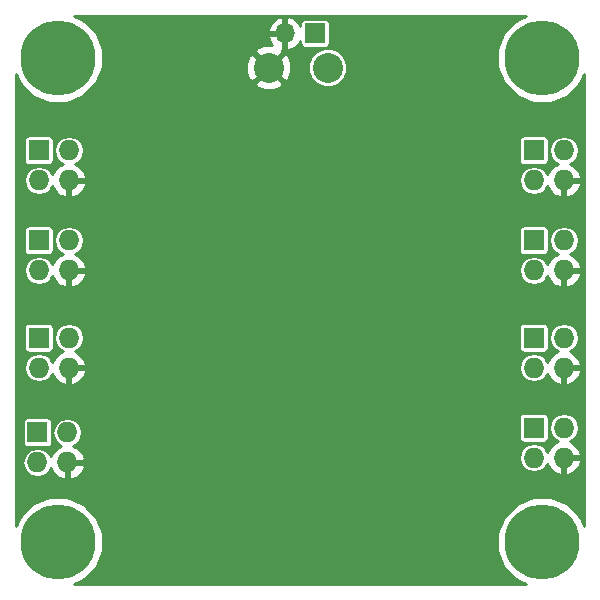
<source format=gbl>
G04 #@! TF.FileFunction,Copper,L2,Bot,Signal*
%FSLAX46Y46*%
G04 Gerber Fmt 4.6, Leading zero omitted, Abs format (unit mm)*
G04 Created by KiCad (PCBNEW (after 2015-mar-04 BZR unknown)-product) date 12/20/2018 11:45:41 AM*
%MOMM*%
G01*
G04 APERTURE LIST*
%ADD10C,0.150000*%
%ADD11C,6.350000*%
%ADD12C,2.540000*%
%ADD13R,1.727200X1.727200*%
%ADD14O,1.727200X1.727200*%
%ADD15R,1.700000X1.700000*%
%ADD16O,1.700000X1.700000*%
%ADD17C,0.635000*%
%ADD18C,0.254000*%
G04 APERTURE END LIST*
D10*
D11*
X34000000Y-29000000D03*
X75000000Y-29000000D03*
X34000000Y-70000000D03*
X75000000Y-70000000D03*
D12*
X51844000Y-29826000D03*
X56844000Y-29826000D03*
D13*
X32385000Y-36830000D03*
D14*
X34925000Y-36830000D03*
X32385000Y-39370000D03*
X34925000Y-39370000D03*
D13*
X32385000Y-44450000D03*
D14*
X34925000Y-44450000D03*
X32385000Y-46990000D03*
X34925000Y-46990000D03*
D13*
X74295000Y-36830000D03*
D14*
X76835000Y-36830000D03*
X74295000Y-39370000D03*
X76835000Y-39370000D03*
D13*
X74295000Y-44450000D03*
D14*
X76835000Y-44450000D03*
X74295000Y-46990000D03*
X76835000Y-46990000D03*
D13*
X32385000Y-52705000D03*
D14*
X34925000Y-52705000D03*
X32385000Y-55245000D03*
X34925000Y-55245000D03*
D13*
X32258000Y-60706000D03*
D14*
X34798000Y-60706000D03*
X32258000Y-63246000D03*
X34798000Y-63246000D03*
D13*
X74295000Y-60325000D03*
D14*
X76835000Y-60325000D03*
X74295000Y-62865000D03*
X76835000Y-62865000D03*
D13*
X74295000Y-52705000D03*
D14*
X76835000Y-52705000D03*
X74295000Y-55245000D03*
X76835000Y-55245000D03*
D15*
X55753000Y-26924000D03*
D16*
X53213000Y-26924000D03*
D17*
X63881000Y-45212000D03*
X63754000Y-36322000D03*
X44577000Y-62992000D03*
X44577000Y-53213000D03*
X44323000Y-46482000D03*
X44323000Y-37084000D03*
X63500000Y-52832000D03*
X63627000Y-61976000D03*
X57912000Y-41910000D03*
X56797000Y-51924000D03*
X56670000Y-65132000D03*
X56670000Y-35541000D03*
X58102500Y-58420000D03*
D18*
X32385000Y-39370000D02*
X33020000Y-39370000D01*
X32385000Y-55245000D02*
X32385000Y-55499000D01*
X74295000Y-39370000D02*
X73660000Y-39370000D01*
G36*
X78569000Y-68660607D02*
X78289958Y-67985274D01*
X78289958Y-63224026D01*
X78289958Y-62505974D01*
X78289958Y-55604026D01*
X78289958Y-54885974D01*
X78289958Y-47349026D01*
X78289958Y-46630974D01*
X78289958Y-39729026D01*
X78289958Y-39010974D01*
X78117688Y-38595053D01*
X77723490Y-38163179D01*
X77333338Y-37980323D01*
X77335671Y-37979860D01*
X77739448Y-37710065D01*
X78009243Y-37306288D01*
X78103983Y-36830000D01*
X78009243Y-36353712D01*
X77739448Y-35949935D01*
X77335671Y-35680140D01*
X76859383Y-35585400D01*
X76810617Y-35585400D01*
X76334329Y-35680140D01*
X75930552Y-35949935D01*
X75660757Y-36353712D01*
X75566017Y-36830000D01*
X75660757Y-37306288D01*
X75930552Y-37710065D01*
X76334329Y-37979860D01*
X76336661Y-37980323D01*
X75946510Y-38163179D01*
X75552312Y-38595053D01*
X75547064Y-38607723D01*
X75547064Y-37693600D01*
X75547064Y-35966400D01*
X75518878Y-35821126D01*
X75435004Y-35693444D01*
X75308384Y-35607974D01*
X75158600Y-35577936D01*
X73431400Y-35577936D01*
X73286126Y-35606122D01*
X73158444Y-35689996D01*
X73072974Y-35816616D01*
X73042936Y-35966400D01*
X73042936Y-37693600D01*
X73071122Y-37838874D01*
X73154996Y-37966556D01*
X73281616Y-38052026D01*
X73431400Y-38082064D01*
X75158600Y-38082064D01*
X75303874Y-38053878D01*
X75431556Y-37970004D01*
X75517026Y-37843384D01*
X75547064Y-37693600D01*
X75547064Y-38607723D01*
X75444159Y-38856171D01*
X75199448Y-38489935D01*
X74795671Y-38220140D01*
X74319383Y-38125400D01*
X74270617Y-38125400D01*
X73794329Y-38220140D01*
X73390552Y-38489935D01*
X73120757Y-38893712D01*
X73026017Y-39370000D01*
X73120757Y-39846288D01*
X73390552Y-40250065D01*
X73794329Y-40519860D01*
X74270617Y-40614600D01*
X74319383Y-40614600D01*
X74795671Y-40519860D01*
X75199448Y-40250065D01*
X75444159Y-39883828D01*
X75552312Y-40144947D01*
X75946510Y-40576821D01*
X76475973Y-40824968D01*
X76708000Y-40704469D01*
X76708000Y-39497000D01*
X76688000Y-39497000D01*
X76688000Y-39243000D01*
X76708000Y-39243000D01*
X76708000Y-39223000D01*
X76962000Y-39223000D01*
X76962000Y-39243000D01*
X78168817Y-39243000D01*
X78289958Y-39010974D01*
X78289958Y-39729026D01*
X78168817Y-39497000D01*
X76962000Y-39497000D01*
X76962000Y-40704469D01*
X77194027Y-40824968D01*
X77723490Y-40576821D01*
X78117688Y-40144947D01*
X78289958Y-39729026D01*
X78289958Y-46630974D01*
X78117688Y-46215053D01*
X77723490Y-45783179D01*
X77333338Y-45600323D01*
X77335671Y-45599860D01*
X77739448Y-45330065D01*
X78009243Y-44926288D01*
X78103983Y-44450000D01*
X78009243Y-43973712D01*
X77739448Y-43569935D01*
X77335671Y-43300140D01*
X76859383Y-43205400D01*
X76810617Y-43205400D01*
X76334329Y-43300140D01*
X75930552Y-43569935D01*
X75660757Y-43973712D01*
X75566017Y-44450000D01*
X75660757Y-44926288D01*
X75930552Y-45330065D01*
X76334329Y-45599860D01*
X76336661Y-45600323D01*
X75946510Y-45783179D01*
X75552312Y-46215053D01*
X75547064Y-46227723D01*
X75547064Y-45313600D01*
X75547064Y-43586400D01*
X75518878Y-43441126D01*
X75435004Y-43313444D01*
X75308384Y-43227974D01*
X75158600Y-43197936D01*
X73431400Y-43197936D01*
X73286126Y-43226122D01*
X73158444Y-43309996D01*
X73072974Y-43436616D01*
X73042936Y-43586400D01*
X73042936Y-45313600D01*
X73071122Y-45458874D01*
X73154996Y-45586556D01*
X73281616Y-45672026D01*
X73431400Y-45702064D01*
X75158600Y-45702064D01*
X75303874Y-45673878D01*
X75431556Y-45590004D01*
X75517026Y-45463384D01*
X75547064Y-45313600D01*
X75547064Y-46227723D01*
X75444159Y-46476171D01*
X75199448Y-46109935D01*
X74795671Y-45840140D01*
X74319383Y-45745400D01*
X74270617Y-45745400D01*
X73794329Y-45840140D01*
X73390552Y-46109935D01*
X73120757Y-46513712D01*
X73026017Y-46990000D01*
X73120757Y-47466288D01*
X73390552Y-47870065D01*
X73794329Y-48139860D01*
X74270617Y-48234600D01*
X74319383Y-48234600D01*
X74795671Y-48139860D01*
X75199448Y-47870065D01*
X75444159Y-47503828D01*
X75552312Y-47764947D01*
X75946510Y-48196821D01*
X76475973Y-48444968D01*
X76708000Y-48324469D01*
X76708000Y-47117000D01*
X76688000Y-47117000D01*
X76688000Y-46863000D01*
X76708000Y-46863000D01*
X76708000Y-46843000D01*
X76962000Y-46843000D01*
X76962000Y-46863000D01*
X78168817Y-46863000D01*
X78289958Y-46630974D01*
X78289958Y-47349026D01*
X78168817Y-47117000D01*
X76962000Y-47117000D01*
X76962000Y-48324469D01*
X77194027Y-48444968D01*
X77723490Y-48196821D01*
X78117688Y-47764947D01*
X78289958Y-47349026D01*
X78289958Y-54885974D01*
X78117688Y-54470053D01*
X77723490Y-54038179D01*
X77333338Y-53855323D01*
X77335671Y-53854860D01*
X77739448Y-53585065D01*
X78009243Y-53181288D01*
X78103983Y-52705000D01*
X78009243Y-52228712D01*
X77739448Y-51824935D01*
X77335671Y-51555140D01*
X76859383Y-51460400D01*
X76810617Y-51460400D01*
X76334329Y-51555140D01*
X75930552Y-51824935D01*
X75660757Y-52228712D01*
X75566017Y-52705000D01*
X75660757Y-53181288D01*
X75930552Y-53585065D01*
X76334329Y-53854860D01*
X76336661Y-53855323D01*
X75946510Y-54038179D01*
X75552312Y-54470053D01*
X75547064Y-54482723D01*
X75547064Y-53568600D01*
X75547064Y-51841400D01*
X75518878Y-51696126D01*
X75435004Y-51568444D01*
X75308384Y-51482974D01*
X75158600Y-51452936D01*
X73431400Y-51452936D01*
X73286126Y-51481122D01*
X73158444Y-51564996D01*
X73072974Y-51691616D01*
X73042936Y-51841400D01*
X73042936Y-53568600D01*
X73071122Y-53713874D01*
X73154996Y-53841556D01*
X73281616Y-53927026D01*
X73431400Y-53957064D01*
X75158600Y-53957064D01*
X75303874Y-53928878D01*
X75431556Y-53845004D01*
X75517026Y-53718384D01*
X75547064Y-53568600D01*
X75547064Y-54482723D01*
X75444159Y-54731171D01*
X75199448Y-54364935D01*
X74795671Y-54095140D01*
X74319383Y-54000400D01*
X74270617Y-54000400D01*
X73794329Y-54095140D01*
X73390552Y-54364935D01*
X73120757Y-54768712D01*
X73026017Y-55245000D01*
X73120757Y-55721288D01*
X73390552Y-56125065D01*
X73794329Y-56394860D01*
X74270617Y-56489600D01*
X74319383Y-56489600D01*
X74795671Y-56394860D01*
X75199448Y-56125065D01*
X75444159Y-55758828D01*
X75552312Y-56019947D01*
X75946510Y-56451821D01*
X76475973Y-56699968D01*
X76708000Y-56579469D01*
X76708000Y-55372000D01*
X76688000Y-55372000D01*
X76688000Y-55118000D01*
X76708000Y-55118000D01*
X76708000Y-55098000D01*
X76962000Y-55098000D01*
X76962000Y-55118000D01*
X78168817Y-55118000D01*
X78289958Y-54885974D01*
X78289958Y-55604026D01*
X78168817Y-55372000D01*
X76962000Y-55372000D01*
X76962000Y-56579469D01*
X77194027Y-56699968D01*
X77723490Y-56451821D01*
X78117688Y-56019947D01*
X78289958Y-55604026D01*
X78289958Y-62505974D01*
X78117688Y-62090053D01*
X77723490Y-61658179D01*
X77333338Y-61475323D01*
X77335671Y-61474860D01*
X77739448Y-61205065D01*
X78009243Y-60801288D01*
X78103983Y-60325000D01*
X78009243Y-59848712D01*
X77739448Y-59444935D01*
X77335671Y-59175140D01*
X76859383Y-59080400D01*
X76810617Y-59080400D01*
X76334329Y-59175140D01*
X75930552Y-59444935D01*
X75660757Y-59848712D01*
X75566017Y-60325000D01*
X75660757Y-60801288D01*
X75930552Y-61205065D01*
X76334329Y-61474860D01*
X76336661Y-61475323D01*
X75946510Y-61658179D01*
X75552312Y-62090053D01*
X75547064Y-62102723D01*
X75547064Y-61188600D01*
X75547064Y-59461400D01*
X75518878Y-59316126D01*
X75435004Y-59188444D01*
X75308384Y-59102974D01*
X75158600Y-59072936D01*
X73431400Y-59072936D01*
X73286126Y-59101122D01*
X73158444Y-59184996D01*
X73072974Y-59311616D01*
X73042936Y-59461400D01*
X73042936Y-61188600D01*
X73071122Y-61333874D01*
X73154996Y-61461556D01*
X73281616Y-61547026D01*
X73431400Y-61577064D01*
X75158600Y-61577064D01*
X75303874Y-61548878D01*
X75431556Y-61465004D01*
X75517026Y-61338384D01*
X75547064Y-61188600D01*
X75547064Y-62102723D01*
X75444159Y-62351171D01*
X75199448Y-61984935D01*
X74795671Y-61715140D01*
X74319383Y-61620400D01*
X74270617Y-61620400D01*
X73794329Y-61715140D01*
X73390552Y-61984935D01*
X73120757Y-62388712D01*
X73026017Y-62865000D01*
X73120757Y-63341288D01*
X73390552Y-63745065D01*
X73794329Y-64014860D01*
X74270617Y-64109600D01*
X74319383Y-64109600D01*
X74795671Y-64014860D01*
X75199448Y-63745065D01*
X75444159Y-63378828D01*
X75552312Y-63639947D01*
X75946510Y-64071821D01*
X76475973Y-64319968D01*
X76708000Y-64199469D01*
X76708000Y-62992000D01*
X76688000Y-62992000D01*
X76688000Y-62738000D01*
X76708000Y-62738000D01*
X76708000Y-62718000D01*
X76962000Y-62718000D01*
X76962000Y-62738000D01*
X78168817Y-62738000D01*
X78289958Y-62505974D01*
X78289958Y-63224026D01*
X78168817Y-62992000D01*
X76962000Y-62992000D01*
X76962000Y-64199469D01*
X77194027Y-64319968D01*
X77723490Y-64071821D01*
X78117688Y-63639947D01*
X78289958Y-63224026D01*
X78289958Y-67985274D01*
X78231844Y-67844628D01*
X77161009Y-66771923D01*
X75761181Y-66190663D01*
X74245469Y-66189340D01*
X72844628Y-66768156D01*
X71771923Y-67838991D01*
X71190663Y-69238819D01*
X71189340Y-70754531D01*
X71768156Y-72155372D01*
X72838991Y-73228077D01*
X73660023Y-73569000D01*
X58495286Y-73569000D01*
X58495286Y-29499037D01*
X58244466Y-28892005D01*
X57780437Y-28427166D01*
X57173845Y-28175287D01*
X56991464Y-28175127D01*
X56991464Y-27774000D01*
X56991464Y-26074000D01*
X56963278Y-25928726D01*
X56879404Y-25801044D01*
X56752784Y-25715574D01*
X56603000Y-25685536D01*
X54903000Y-25685536D01*
X54757726Y-25713722D01*
X54630044Y-25797596D01*
X54544574Y-25924216D01*
X54514536Y-26074000D01*
X54514536Y-26269105D01*
X54408183Y-26042642D01*
X53979924Y-25652355D01*
X53569890Y-25482524D01*
X53340000Y-25603845D01*
X53340000Y-26797000D01*
X53360000Y-26797000D01*
X53360000Y-27051000D01*
X53340000Y-27051000D01*
X53340000Y-28244155D01*
X53569890Y-28365476D01*
X53979924Y-28195645D01*
X54408183Y-27805358D01*
X54514536Y-27578894D01*
X54514536Y-27774000D01*
X54542722Y-27919274D01*
X54626596Y-28046956D01*
X54753216Y-28132426D01*
X54903000Y-28162464D01*
X56603000Y-28162464D01*
X56748274Y-28134278D01*
X56875956Y-28050404D01*
X56961426Y-27923784D01*
X56991464Y-27774000D01*
X56991464Y-28175127D01*
X56517037Y-28174714D01*
X55910005Y-28425534D01*
X55445166Y-28889563D01*
X55193287Y-29496155D01*
X55192714Y-30152963D01*
X55443534Y-30759995D01*
X55907563Y-31224834D01*
X56514155Y-31476713D01*
X57170963Y-31477286D01*
X57777995Y-31226466D01*
X58242834Y-30762437D01*
X58494713Y-30155845D01*
X58495286Y-29499037D01*
X58495286Y-73569000D01*
X53758261Y-73569000D01*
X53758261Y-30154964D01*
X53738436Y-29397368D01*
X53486657Y-28789520D01*
X53191777Y-28657828D01*
X53086000Y-28763605D01*
X53086000Y-28244155D01*
X53086000Y-27051000D01*
X53086000Y-26797000D01*
X53086000Y-25603845D01*
X52856110Y-25482524D01*
X52446076Y-25652355D01*
X52017817Y-26042642D01*
X51771514Y-26567108D01*
X51892181Y-26797000D01*
X53086000Y-26797000D01*
X53086000Y-27051000D01*
X51892181Y-27051000D01*
X51771514Y-27280892D01*
X52017817Y-27805358D01*
X52135620Y-27912716D01*
X51415368Y-27931564D01*
X50807520Y-28183343D01*
X50675828Y-28478223D01*
X51844000Y-29646395D01*
X53012172Y-28478223D01*
X52941657Y-28320329D01*
X53086000Y-28244155D01*
X53086000Y-28763605D01*
X52023605Y-29826000D01*
X53191777Y-30994172D01*
X53486657Y-30862480D01*
X53758261Y-30154964D01*
X53758261Y-73569000D01*
X53012172Y-73569000D01*
X53012172Y-31173777D01*
X51844000Y-30005605D01*
X51664395Y-30185210D01*
X51664395Y-29826000D01*
X50496223Y-28657828D01*
X50201343Y-28789520D01*
X49929739Y-29497036D01*
X49949564Y-30254632D01*
X50201343Y-30862480D01*
X50496223Y-30994172D01*
X51664395Y-29826000D01*
X51664395Y-30185210D01*
X50675828Y-31173777D01*
X50807520Y-31468657D01*
X51515036Y-31740261D01*
X52272632Y-31720436D01*
X52880480Y-31468657D01*
X53012172Y-31173777D01*
X53012172Y-73569000D01*
X35339392Y-73569000D01*
X36155372Y-73231844D01*
X37228077Y-72161009D01*
X37809337Y-70761181D01*
X37810660Y-69245469D01*
X37231844Y-67844628D01*
X36379958Y-66991254D01*
X36379958Y-55604026D01*
X36379958Y-54885974D01*
X36379958Y-47349026D01*
X36379958Y-46630974D01*
X36379958Y-39729026D01*
X36379958Y-39010974D01*
X36207688Y-38595053D01*
X35813490Y-38163179D01*
X35423338Y-37980323D01*
X35425671Y-37979860D01*
X35829448Y-37710065D01*
X36099243Y-37306288D01*
X36193983Y-36830000D01*
X36099243Y-36353712D01*
X35829448Y-35949935D01*
X35425671Y-35680140D01*
X34949383Y-35585400D01*
X34900617Y-35585400D01*
X34424329Y-35680140D01*
X34020552Y-35949935D01*
X33750757Y-36353712D01*
X33656017Y-36830000D01*
X33750757Y-37306288D01*
X34020552Y-37710065D01*
X34424329Y-37979860D01*
X34426661Y-37980323D01*
X34036510Y-38163179D01*
X33642312Y-38595053D01*
X33637064Y-38607723D01*
X33637064Y-37693600D01*
X33637064Y-35966400D01*
X33608878Y-35821126D01*
X33525004Y-35693444D01*
X33398384Y-35607974D01*
X33248600Y-35577936D01*
X31521400Y-35577936D01*
X31376126Y-35606122D01*
X31248444Y-35689996D01*
X31162974Y-35816616D01*
X31132936Y-35966400D01*
X31132936Y-37693600D01*
X31161122Y-37838874D01*
X31244996Y-37966556D01*
X31371616Y-38052026D01*
X31521400Y-38082064D01*
X33248600Y-38082064D01*
X33393874Y-38053878D01*
X33521556Y-37970004D01*
X33607026Y-37843384D01*
X33637064Y-37693600D01*
X33637064Y-38607723D01*
X33534159Y-38856171D01*
X33289448Y-38489935D01*
X32885671Y-38220140D01*
X32409383Y-38125400D01*
X32360617Y-38125400D01*
X31884329Y-38220140D01*
X31480552Y-38489935D01*
X31210757Y-38893712D01*
X31116017Y-39370000D01*
X31210757Y-39846288D01*
X31480552Y-40250065D01*
X31884329Y-40519860D01*
X32360617Y-40614600D01*
X32409383Y-40614600D01*
X32885671Y-40519860D01*
X33289448Y-40250065D01*
X33534159Y-39883828D01*
X33642312Y-40144947D01*
X34036510Y-40576821D01*
X34565973Y-40824968D01*
X34798000Y-40704469D01*
X34798000Y-39497000D01*
X34778000Y-39497000D01*
X34778000Y-39243000D01*
X34798000Y-39243000D01*
X34798000Y-39223000D01*
X35052000Y-39223000D01*
X35052000Y-39243000D01*
X36258817Y-39243000D01*
X36379958Y-39010974D01*
X36379958Y-39729026D01*
X36258817Y-39497000D01*
X35052000Y-39497000D01*
X35052000Y-40704469D01*
X35284027Y-40824968D01*
X35813490Y-40576821D01*
X36207688Y-40144947D01*
X36379958Y-39729026D01*
X36379958Y-46630974D01*
X36207688Y-46215053D01*
X35813490Y-45783179D01*
X35423338Y-45600323D01*
X35425671Y-45599860D01*
X35829448Y-45330065D01*
X36099243Y-44926288D01*
X36193983Y-44450000D01*
X36099243Y-43973712D01*
X35829448Y-43569935D01*
X35425671Y-43300140D01*
X34949383Y-43205400D01*
X34900617Y-43205400D01*
X34424329Y-43300140D01*
X34020552Y-43569935D01*
X33750757Y-43973712D01*
X33656017Y-44450000D01*
X33750757Y-44926288D01*
X34020552Y-45330065D01*
X34424329Y-45599860D01*
X34426661Y-45600323D01*
X34036510Y-45783179D01*
X33642312Y-46215053D01*
X33637064Y-46227723D01*
X33637064Y-45313600D01*
X33637064Y-43586400D01*
X33608878Y-43441126D01*
X33525004Y-43313444D01*
X33398384Y-43227974D01*
X33248600Y-43197936D01*
X31521400Y-43197936D01*
X31376126Y-43226122D01*
X31248444Y-43309996D01*
X31162974Y-43436616D01*
X31132936Y-43586400D01*
X31132936Y-45313600D01*
X31161122Y-45458874D01*
X31244996Y-45586556D01*
X31371616Y-45672026D01*
X31521400Y-45702064D01*
X33248600Y-45702064D01*
X33393874Y-45673878D01*
X33521556Y-45590004D01*
X33607026Y-45463384D01*
X33637064Y-45313600D01*
X33637064Y-46227723D01*
X33534159Y-46476171D01*
X33289448Y-46109935D01*
X32885671Y-45840140D01*
X32409383Y-45745400D01*
X32360617Y-45745400D01*
X31884329Y-45840140D01*
X31480552Y-46109935D01*
X31210757Y-46513712D01*
X31116017Y-46990000D01*
X31210757Y-47466288D01*
X31480552Y-47870065D01*
X31884329Y-48139860D01*
X32360617Y-48234600D01*
X32409383Y-48234600D01*
X32885671Y-48139860D01*
X33289448Y-47870065D01*
X33534159Y-47503828D01*
X33642312Y-47764947D01*
X34036510Y-48196821D01*
X34565973Y-48444968D01*
X34798000Y-48324469D01*
X34798000Y-47117000D01*
X34778000Y-47117000D01*
X34778000Y-46863000D01*
X34798000Y-46863000D01*
X34798000Y-46843000D01*
X35052000Y-46843000D01*
X35052000Y-46863000D01*
X36258817Y-46863000D01*
X36379958Y-46630974D01*
X36379958Y-47349026D01*
X36258817Y-47117000D01*
X35052000Y-47117000D01*
X35052000Y-48324469D01*
X35284027Y-48444968D01*
X35813490Y-48196821D01*
X36207688Y-47764947D01*
X36379958Y-47349026D01*
X36379958Y-54885974D01*
X36207688Y-54470053D01*
X35813490Y-54038179D01*
X35423338Y-53855323D01*
X35425671Y-53854860D01*
X35829448Y-53585065D01*
X36099243Y-53181288D01*
X36193983Y-52705000D01*
X36099243Y-52228712D01*
X35829448Y-51824935D01*
X35425671Y-51555140D01*
X34949383Y-51460400D01*
X34900617Y-51460400D01*
X34424329Y-51555140D01*
X34020552Y-51824935D01*
X33750757Y-52228712D01*
X33656017Y-52705000D01*
X33750757Y-53181288D01*
X34020552Y-53585065D01*
X34424329Y-53854860D01*
X34426661Y-53855323D01*
X34036510Y-54038179D01*
X33642312Y-54470053D01*
X33637064Y-54482723D01*
X33637064Y-53568600D01*
X33637064Y-51841400D01*
X33608878Y-51696126D01*
X33525004Y-51568444D01*
X33398384Y-51482974D01*
X33248600Y-51452936D01*
X31521400Y-51452936D01*
X31376126Y-51481122D01*
X31248444Y-51564996D01*
X31162974Y-51691616D01*
X31132936Y-51841400D01*
X31132936Y-53568600D01*
X31161122Y-53713874D01*
X31244996Y-53841556D01*
X31371616Y-53927026D01*
X31521400Y-53957064D01*
X33248600Y-53957064D01*
X33393874Y-53928878D01*
X33521556Y-53845004D01*
X33607026Y-53718384D01*
X33637064Y-53568600D01*
X33637064Y-54482723D01*
X33534159Y-54731171D01*
X33289448Y-54364935D01*
X32885671Y-54095140D01*
X32409383Y-54000400D01*
X32360617Y-54000400D01*
X31884329Y-54095140D01*
X31480552Y-54364935D01*
X31210757Y-54768712D01*
X31116017Y-55245000D01*
X31210757Y-55721288D01*
X31480552Y-56125065D01*
X31884329Y-56394860D01*
X32360617Y-56489600D01*
X32409383Y-56489600D01*
X32885671Y-56394860D01*
X33289448Y-56125065D01*
X33534159Y-55758828D01*
X33642312Y-56019947D01*
X34036510Y-56451821D01*
X34565973Y-56699968D01*
X34798000Y-56579469D01*
X34798000Y-55372000D01*
X34778000Y-55372000D01*
X34778000Y-55118000D01*
X34798000Y-55118000D01*
X34798000Y-55098000D01*
X35052000Y-55098000D01*
X35052000Y-55118000D01*
X36258817Y-55118000D01*
X36379958Y-54885974D01*
X36379958Y-55604026D01*
X36258817Y-55372000D01*
X35052000Y-55372000D01*
X35052000Y-56579469D01*
X35284027Y-56699968D01*
X35813490Y-56451821D01*
X36207688Y-56019947D01*
X36379958Y-55604026D01*
X36379958Y-66991254D01*
X36252958Y-66864032D01*
X36252958Y-63605026D01*
X36252958Y-62886974D01*
X36080688Y-62471053D01*
X35686490Y-62039179D01*
X35296338Y-61856323D01*
X35298671Y-61855860D01*
X35702448Y-61586065D01*
X35972243Y-61182288D01*
X36066983Y-60706000D01*
X35972243Y-60229712D01*
X35702448Y-59825935D01*
X35298671Y-59556140D01*
X34822383Y-59461400D01*
X34773617Y-59461400D01*
X34297329Y-59556140D01*
X33893552Y-59825935D01*
X33623757Y-60229712D01*
X33529017Y-60706000D01*
X33623757Y-61182288D01*
X33893552Y-61586065D01*
X34297329Y-61855860D01*
X34299661Y-61856323D01*
X33909510Y-62039179D01*
X33515312Y-62471053D01*
X33510064Y-62483723D01*
X33510064Y-61569600D01*
X33510064Y-59842400D01*
X33481878Y-59697126D01*
X33398004Y-59569444D01*
X33271384Y-59483974D01*
X33121600Y-59453936D01*
X31394400Y-59453936D01*
X31249126Y-59482122D01*
X31121444Y-59565996D01*
X31035974Y-59692616D01*
X31005936Y-59842400D01*
X31005936Y-61569600D01*
X31034122Y-61714874D01*
X31117996Y-61842556D01*
X31244616Y-61928026D01*
X31394400Y-61958064D01*
X33121600Y-61958064D01*
X33266874Y-61929878D01*
X33394556Y-61846004D01*
X33480026Y-61719384D01*
X33510064Y-61569600D01*
X33510064Y-62483723D01*
X33407159Y-62732171D01*
X33162448Y-62365935D01*
X32758671Y-62096140D01*
X32282383Y-62001400D01*
X32233617Y-62001400D01*
X31757329Y-62096140D01*
X31353552Y-62365935D01*
X31083757Y-62769712D01*
X30989017Y-63246000D01*
X31083757Y-63722288D01*
X31353552Y-64126065D01*
X31757329Y-64395860D01*
X32233617Y-64490600D01*
X32282383Y-64490600D01*
X32758671Y-64395860D01*
X33162448Y-64126065D01*
X33407159Y-63759828D01*
X33515312Y-64020947D01*
X33909510Y-64452821D01*
X34438973Y-64700968D01*
X34671000Y-64580469D01*
X34671000Y-63373000D01*
X34651000Y-63373000D01*
X34651000Y-63119000D01*
X34671000Y-63119000D01*
X34671000Y-63099000D01*
X34925000Y-63099000D01*
X34925000Y-63119000D01*
X36131817Y-63119000D01*
X36252958Y-62886974D01*
X36252958Y-63605026D01*
X36131817Y-63373000D01*
X34925000Y-63373000D01*
X34925000Y-64580469D01*
X35157027Y-64700968D01*
X35686490Y-64452821D01*
X36080688Y-64020947D01*
X36252958Y-63605026D01*
X36252958Y-66864032D01*
X36161009Y-66771923D01*
X34761181Y-66190663D01*
X33245469Y-66189340D01*
X31844628Y-66768156D01*
X30771923Y-67838991D01*
X30431000Y-68660023D01*
X30431000Y-30339392D01*
X30768156Y-31155372D01*
X31838991Y-32228077D01*
X33238819Y-32809337D01*
X34754531Y-32810660D01*
X36155372Y-32231844D01*
X37228077Y-31161009D01*
X37809337Y-29761181D01*
X37810660Y-28245469D01*
X37231844Y-26844628D01*
X36161009Y-25771923D01*
X35339976Y-25431000D01*
X73660607Y-25431000D01*
X72844628Y-25768156D01*
X71771923Y-26838991D01*
X71190663Y-28238819D01*
X71189340Y-29754531D01*
X71768156Y-31155372D01*
X72838991Y-32228077D01*
X74238819Y-32809337D01*
X75754531Y-32810660D01*
X77155372Y-32231844D01*
X78228077Y-31161009D01*
X78569000Y-30339976D01*
X78569000Y-68660607D01*
X78569000Y-68660607D01*
G37*
X78569000Y-68660607D02*
X78289958Y-67985274D01*
X78289958Y-63224026D01*
X78289958Y-62505974D01*
X78289958Y-55604026D01*
X78289958Y-54885974D01*
X78289958Y-47349026D01*
X78289958Y-46630974D01*
X78289958Y-39729026D01*
X78289958Y-39010974D01*
X78117688Y-38595053D01*
X77723490Y-38163179D01*
X77333338Y-37980323D01*
X77335671Y-37979860D01*
X77739448Y-37710065D01*
X78009243Y-37306288D01*
X78103983Y-36830000D01*
X78009243Y-36353712D01*
X77739448Y-35949935D01*
X77335671Y-35680140D01*
X76859383Y-35585400D01*
X76810617Y-35585400D01*
X76334329Y-35680140D01*
X75930552Y-35949935D01*
X75660757Y-36353712D01*
X75566017Y-36830000D01*
X75660757Y-37306288D01*
X75930552Y-37710065D01*
X76334329Y-37979860D01*
X76336661Y-37980323D01*
X75946510Y-38163179D01*
X75552312Y-38595053D01*
X75547064Y-38607723D01*
X75547064Y-37693600D01*
X75547064Y-35966400D01*
X75518878Y-35821126D01*
X75435004Y-35693444D01*
X75308384Y-35607974D01*
X75158600Y-35577936D01*
X73431400Y-35577936D01*
X73286126Y-35606122D01*
X73158444Y-35689996D01*
X73072974Y-35816616D01*
X73042936Y-35966400D01*
X73042936Y-37693600D01*
X73071122Y-37838874D01*
X73154996Y-37966556D01*
X73281616Y-38052026D01*
X73431400Y-38082064D01*
X75158600Y-38082064D01*
X75303874Y-38053878D01*
X75431556Y-37970004D01*
X75517026Y-37843384D01*
X75547064Y-37693600D01*
X75547064Y-38607723D01*
X75444159Y-38856171D01*
X75199448Y-38489935D01*
X74795671Y-38220140D01*
X74319383Y-38125400D01*
X74270617Y-38125400D01*
X73794329Y-38220140D01*
X73390552Y-38489935D01*
X73120757Y-38893712D01*
X73026017Y-39370000D01*
X73120757Y-39846288D01*
X73390552Y-40250065D01*
X73794329Y-40519860D01*
X74270617Y-40614600D01*
X74319383Y-40614600D01*
X74795671Y-40519860D01*
X75199448Y-40250065D01*
X75444159Y-39883828D01*
X75552312Y-40144947D01*
X75946510Y-40576821D01*
X76475973Y-40824968D01*
X76708000Y-40704469D01*
X76708000Y-39497000D01*
X76688000Y-39497000D01*
X76688000Y-39243000D01*
X76708000Y-39243000D01*
X76708000Y-39223000D01*
X76962000Y-39223000D01*
X76962000Y-39243000D01*
X78168817Y-39243000D01*
X78289958Y-39010974D01*
X78289958Y-39729026D01*
X78168817Y-39497000D01*
X76962000Y-39497000D01*
X76962000Y-40704469D01*
X77194027Y-40824968D01*
X77723490Y-40576821D01*
X78117688Y-40144947D01*
X78289958Y-39729026D01*
X78289958Y-46630974D01*
X78117688Y-46215053D01*
X77723490Y-45783179D01*
X77333338Y-45600323D01*
X77335671Y-45599860D01*
X77739448Y-45330065D01*
X78009243Y-44926288D01*
X78103983Y-44450000D01*
X78009243Y-43973712D01*
X77739448Y-43569935D01*
X77335671Y-43300140D01*
X76859383Y-43205400D01*
X76810617Y-43205400D01*
X76334329Y-43300140D01*
X75930552Y-43569935D01*
X75660757Y-43973712D01*
X75566017Y-44450000D01*
X75660757Y-44926288D01*
X75930552Y-45330065D01*
X76334329Y-45599860D01*
X76336661Y-45600323D01*
X75946510Y-45783179D01*
X75552312Y-46215053D01*
X75547064Y-46227723D01*
X75547064Y-45313600D01*
X75547064Y-43586400D01*
X75518878Y-43441126D01*
X75435004Y-43313444D01*
X75308384Y-43227974D01*
X75158600Y-43197936D01*
X73431400Y-43197936D01*
X73286126Y-43226122D01*
X73158444Y-43309996D01*
X73072974Y-43436616D01*
X73042936Y-43586400D01*
X73042936Y-45313600D01*
X73071122Y-45458874D01*
X73154996Y-45586556D01*
X73281616Y-45672026D01*
X73431400Y-45702064D01*
X75158600Y-45702064D01*
X75303874Y-45673878D01*
X75431556Y-45590004D01*
X75517026Y-45463384D01*
X75547064Y-45313600D01*
X75547064Y-46227723D01*
X75444159Y-46476171D01*
X75199448Y-46109935D01*
X74795671Y-45840140D01*
X74319383Y-45745400D01*
X74270617Y-45745400D01*
X73794329Y-45840140D01*
X73390552Y-46109935D01*
X73120757Y-46513712D01*
X73026017Y-46990000D01*
X73120757Y-47466288D01*
X73390552Y-47870065D01*
X73794329Y-48139860D01*
X74270617Y-48234600D01*
X74319383Y-48234600D01*
X74795671Y-48139860D01*
X75199448Y-47870065D01*
X75444159Y-47503828D01*
X75552312Y-47764947D01*
X75946510Y-48196821D01*
X76475973Y-48444968D01*
X76708000Y-48324469D01*
X76708000Y-47117000D01*
X76688000Y-47117000D01*
X76688000Y-46863000D01*
X76708000Y-46863000D01*
X76708000Y-46843000D01*
X76962000Y-46843000D01*
X76962000Y-46863000D01*
X78168817Y-46863000D01*
X78289958Y-46630974D01*
X78289958Y-47349026D01*
X78168817Y-47117000D01*
X76962000Y-47117000D01*
X76962000Y-48324469D01*
X77194027Y-48444968D01*
X77723490Y-48196821D01*
X78117688Y-47764947D01*
X78289958Y-47349026D01*
X78289958Y-54885974D01*
X78117688Y-54470053D01*
X77723490Y-54038179D01*
X77333338Y-53855323D01*
X77335671Y-53854860D01*
X77739448Y-53585065D01*
X78009243Y-53181288D01*
X78103983Y-52705000D01*
X78009243Y-52228712D01*
X77739448Y-51824935D01*
X77335671Y-51555140D01*
X76859383Y-51460400D01*
X76810617Y-51460400D01*
X76334329Y-51555140D01*
X75930552Y-51824935D01*
X75660757Y-52228712D01*
X75566017Y-52705000D01*
X75660757Y-53181288D01*
X75930552Y-53585065D01*
X76334329Y-53854860D01*
X76336661Y-53855323D01*
X75946510Y-54038179D01*
X75552312Y-54470053D01*
X75547064Y-54482723D01*
X75547064Y-53568600D01*
X75547064Y-51841400D01*
X75518878Y-51696126D01*
X75435004Y-51568444D01*
X75308384Y-51482974D01*
X75158600Y-51452936D01*
X73431400Y-51452936D01*
X73286126Y-51481122D01*
X73158444Y-51564996D01*
X73072974Y-51691616D01*
X73042936Y-51841400D01*
X73042936Y-53568600D01*
X73071122Y-53713874D01*
X73154996Y-53841556D01*
X73281616Y-53927026D01*
X73431400Y-53957064D01*
X75158600Y-53957064D01*
X75303874Y-53928878D01*
X75431556Y-53845004D01*
X75517026Y-53718384D01*
X75547064Y-53568600D01*
X75547064Y-54482723D01*
X75444159Y-54731171D01*
X75199448Y-54364935D01*
X74795671Y-54095140D01*
X74319383Y-54000400D01*
X74270617Y-54000400D01*
X73794329Y-54095140D01*
X73390552Y-54364935D01*
X73120757Y-54768712D01*
X73026017Y-55245000D01*
X73120757Y-55721288D01*
X73390552Y-56125065D01*
X73794329Y-56394860D01*
X74270617Y-56489600D01*
X74319383Y-56489600D01*
X74795671Y-56394860D01*
X75199448Y-56125065D01*
X75444159Y-55758828D01*
X75552312Y-56019947D01*
X75946510Y-56451821D01*
X76475973Y-56699968D01*
X76708000Y-56579469D01*
X76708000Y-55372000D01*
X76688000Y-55372000D01*
X76688000Y-55118000D01*
X76708000Y-55118000D01*
X76708000Y-55098000D01*
X76962000Y-55098000D01*
X76962000Y-55118000D01*
X78168817Y-55118000D01*
X78289958Y-54885974D01*
X78289958Y-55604026D01*
X78168817Y-55372000D01*
X76962000Y-55372000D01*
X76962000Y-56579469D01*
X77194027Y-56699968D01*
X77723490Y-56451821D01*
X78117688Y-56019947D01*
X78289958Y-55604026D01*
X78289958Y-62505974D01*
X78117688Y-62090053D01*
X77723490Y-61658179D01*
X77333338Y-61475323D01*
X77335671Y-61474860D01*
X77739448Y-61205065D01*
X78009243Y-60801288D01*
X78103983Y-60325000D01*
X78009243Y-59848712D01*
X77739448Y-59444935D01*
X77335671Y-59175140D01*
X76859383Y-59080400D01*
X76810617Y-59080400D01*
X76334329Y-59175140D01*
X75930552Y-59444935D01*
X75660757Y-59848712D01*
X75566017Y-60325000D01*
X75660757Y-60801288D01*
X75930552Y-61205065D01*
X76334329Y-61474860D01*
X76336661Y-61475323D01*
X75946510Y-61658179D01*
X75552312Y-62090053D01*
X75547064Y-62102723D01*
X75547064Y-61188600D01*
X75547064Y-59461400D01*
X75518878Y-59316126D01*
X75435004Y-59188444D01*
X75308384Y-59102974D01*
X75158600Y-59072936D01*
X73431400Y-59072936D01*
X73286126Y-59101122D01*
X73158444Y-59184996D01*
X73072974Y-59311616D01*
X73042936Y-59461400D01*
X73042936Y-61188600D01*
X73071122Y-61333874D01*
X73154996Y-61461556D01*
X73281616Y-61547026D01*
X73431400Y-61577064D01*
X75158600Y-61577064D01*
X75303874Y-61548878D01*
X75431556Y-61465004D01*
X75517026Y-61338384D01*
X75547064Y-61188600D01*
X75547064Y-62102723D01*
X75444159Y-62351171D01*
X75199448Y-61984935D01*
X74795671Y-61715140D01*
X74319383Y-61620400D01*
X74270617Y-61620400D01*
X73794329Y-61715140D01*
X73390552Y-61984935D01*
X73120757Y-62388712D01*
X73026017Y-62865000D01*
X73120757Y-63341288D01*
X73390552Y-63745065D01*
X73794329Y-64014860D01*
X74270617Y-64109600D01*
X74319383Y-64109600D01*
X74795671Y-64014860D01*
X75199448Y-63745065D01*
X75444159Y-63378828D01*
X75552312Y-63639947D01*
X75946510Y-64071821D01*
X76475973Y-64319968D01*
X76708000Y-64199469D01*
X76708000Y-62992000D01*
X76688000Y-62992000D01*
X76688000Y-62738000D01*
X76708000Y-62738000D01*
X76708000Y-62718000D01*
X76962000Y-62718000D01*
X76962000Y-62738000D01*
X78168817Y-62738000D01*
X78289958Y-62505974D01*
X78289958Y-63224026D01*
X78168817Y-62992000D01*
X76962000Y-62992000D01*
X76962000Y-64199469D01*
X77194027Y-64319968D01*
X77723490Y-64071821D01*
X78117688Y-63639947D01*
X78289958Y-63224026D01*
X78289958Y-67985274D01*
X78231844Y-67844628D01*
X77161009Y-66771923D01*
X75761181Y-66190663D01*
X74245469Y-66189340D01*
X72844628Y-66768156D01*
X71771923Y-67838991D01*
X71190663Y-69238819D01*
X71189340Y-70754531D01*
X71768156Y-72155372D01*
X72838991Y-73228077D01*
X73660023Y-73569000D01*
X58495286Y-73569000D01*
X58495286Y-29499037D01*
X58244466Y-28892005D01*
X57780437Y-28427166D01*
X57173845Y-28175287D01*
X56991464Y-28175127D01*
X56991464Y-27774000D01*
X56991464Y-26074000D01*
X56963278Y-25928726D01*
X56879404Y-25801044D01*
X56752784Y-25715574D01*
X56603000Y-25685536D01*
X54903000Y-25685536D01*
X54757726Y-25713722D01*
X54630044Y-25797596D01*
X54544574Y-25924216D01*
X54514536Y-26074000D01*
X54514536Y-26269105D01*
X54408183Y-26042642D01*
X53979924Y-25652355D01*
X53569890Y-25482524D01*
X53340000Y-25603845D01*
X53340000Y-26797000D01*
X53360000Y-26797000D01*
X53360000Y-27051000D01*
X53340000Y-27051000D01*
X53340000Y-28244155D01*
X53569890Y-28365476D01*
X53979924Y-28195645D01*
X54408183Y-27805358D01*
X54514536Y-27578894D01*
X54514536Y-27774000D01*
X54542722Y-27919274D01*
X54626596Y-28046956D01*
X54753216Y-28132426D01*
X54903000Y-28162464D01*
X56603000Y-28162464D01*
X56748274Y-28134278D01*
X56875956Y-28050404D01*
X56961426Y-27923784D01*
X56991464Y-27774000D01*
X56991464Y-28175127D01*
X56517037Y-28174714D01*
X55910005Y-28425534D01*
X55445166Y-28889563D01*
X55193287Y-29496155D01*
X55192714Y-30152963D01*
X55443534Y-30759995D01*
X55907563Y-31224834D01*
X56514155Y-31476713D01*
X57170963Y-31477286D01*
X57777995Y-31226466D01*
X58242834Y-30762437D01*
X58494713Y-30155845D01*
X58495286Y-29499037D01*
X58495286Y-73569000D01*
X53758261Y-73569000D01*
X53758261Y-30154964D01*
X53738436Y-29397368D01*
X53486657Y-28789520D01*
X53191777Y-28657828D01*
X53086000Y-28763605D01*
X53086000Y-28244155D01*
X53086000Y-27051000D01*
X53086000Y-26797000D01*
X53086000Y-25603845D01*
X52856110Y-25482524D01*
X52446076Y-25652355D01*
X52017817Y-26042642D01*
X51771514Y-26567108D01*
X51892181Y-26797000D01*
X53086000Y-26797000D01*
X53086000Y-27051000D01*
X51892181Y-27051000D01*
X51771514Y-27280892D01*
X52017817Y-27805358D01*
X52135620Y-27912716D01*
X51415368Y-27931564D01*
X50807520Y-28183343D01*
X50675828Y-28478223D01*
X51844000Y-29646395D01*
X53012172Y-28478223D01*
X52941657Y-28320329D01*
X53086000Y-28244155D01*
X53086000Y-28763605D01*
X52023605Y-29826000D01*
X53191777Y-30994172D01*
X53486657Y-30862480D01*
X53758261Y-30154964D01*
X53758261Y-73569000D01*
X53012172Y-73569000D01*
X53012172Y-31173777D01*
X51844000Y-30005605D01*
X51664395Y-30185210D01*
X51664395Y-29826000D01*
X50496223Y-28657828D01*
X50201343Y-28789520D01*
X49929739Y-29497036D01*
X49949564Y-30254632D01*
X50201343Y-30862480D01*
X50496223Y-30994172D01*
X51664395Y-29826000D01*
X51664395Y-30185210D01*
X50675828Y-31173777D01*
X50807520Y-31468657D01*
X51515036Y-31740261D01*
X52272632Y-31720436D01*
X52880480Y-31468657D01*
X53012172Y-31173777D01*
X53012172Y-73569000D01*
X35339392Y-73569000D01*
X36155372Y-73231844D01*
X37228077Y-72161009D01*
X37809337Y-70761181D01*
X37810660Y-69245469D01*
X37231844Y-67844628D01*
X36379958Y-66991254D01*
X36379958Y-55604026D01*
X36379958Y-54885974D01*
X36379958Y-47349026D01*
X36379958Y-46630974D01*
X36379958Y-39729026D01*
X36379958Y-39010974D01*
X36207688Y-38595053D01*
X35813490Y-38163179D01*
X35423338Y-37980323D01*
X35425671Y-37979860D01*
X35829448Y-37710065D01*
X36099243Y-37306288D01*
X36193983Y-36830000D01*
X36099243Y-36353712D01*
X35829448Y-35949935D01*
X35425671Y-35680140D01*
X34949383Y-35585400D01*
X34900617Y-35585400D01*
X34424329Y-35680140D01*
X34020552Y-35949935D01*
X33750757Y-36353712D01*
X33656017Y-36830000D01*
X33750757Y-37306288D01*
X34020552Y-37710065D01*
X34424329Y-37979860D01*
X34426661Y-37980323D01*
X34036510Y-38163179D01*
X33642312Y-38595053D01*
X33637064Y-38607723D01*
X33637064Y-37693600D01*
X33637064Y-35966400D01*
X33608878Y-35821126D01*
X33525004Y-35693444D01*
X33398384Y-35607974D01*
X33248600Y-35577936D01*
X31521400Y-35577936D01*
X31376126Y-35606122D01*
X31248444Y-35689996D01*
X31162974Y-35816616D01*
X31132936Y-35966400D01*
X31132936Y-37693600D01*
X31161122Y-37838874D01*
X31244996Y-37966556D01*
X31371616Y-38052026D01*
X31521400Y-38082064D01*
X33248600Y-38082064D01*
X33393874Y-38053878D01*
X33521556Y-37970004D01*
X33607026Y-37843384D01*
X33637064Y-37693600D01*
X33637064Y-38607723D01*
X33534159Y-38856171D01*
X33289448Y-38489935D01*
X32885671Y-38220140D01*
X32409383Y-38125400D01*
X32360617Y-38125400D01*
X31884329Y-38220140D01*
X31480552Y-38489935D01*
X31210757Y-38893712D01*
X31116017Y-39370000D01*
X31210757Y-39846288D01*
X31480552Y-40250065D01*
X31884329Y-40519860D01*
X32360617Y-40614600D01*
X32409383Y-40614600D01*
X32885671Y-40519860D01*
X33289448Y-40250065D01*
X33534159Y-39883828D01*
X33642312Y-40144947D01*
X34036510Y-40576821D01*
X34565973Y-40824968D01*
X34798000Y-40704469D01*
X34798000Y-39497000D01*
X34778000Y-39497000D01*
X34778000Y-39243000D01*
X34798000Y-39243000D01*
X34798000Y-39223000D01*
X35052000Y-39223000D01*
X35052000Y-39243000D01*
X36258817Y-39243000D01*
X36379958Y-39010974D01*
X36379958Y-39729026D01*
X36258817Y-39497000D01*
X35052000Y-39497000D01*
X35052000Y-40704469D01*
X35284027Y-40824968D01*
X35813490Y-40576821D01*
X36207688Y-40144947D01*
X36379958Y-39729026D01*
X36379958Y-46630974D01*
X36207688Y-46215053D01*
X35813490Y-45783179D01*
X35423338Y-45600323D01*
X35425671Y-45599860D01*
X35829448Y-45330065D01*
X36099243Y-44926288D01*
X36193983Y-44450000D01*
X36099243Y-43973712D01*
X35829448Y-43569935D01*
X35425671Y-43300140D01*
X34949383Y-43205400D01*
X34900617Y-43205400D01*
X34424329Y-43300140D01*
X34020552Y-43569935D01*
X33750757Y-43973712D01*
X33656017Y-44450000D01*
X33750757Y-44926288D01*
X34020552Y-45330065D01*
X34424329Y-45599860D01*
X34426661Y-45600323D01*
X34036510Y-45783179D01*
X33642312Y-46215053D01*
X33637064Y-46227723D01*
X33637064Y-45313600D01*
X33637064Y-43586400D01*
X33608878Y-43441126D01*
X33525004Y-43313444D01*
X33398384Y-43227974D01*
X33248600Y-43197936D01*
X31521400Y-43197936D01*
X31376126Y-43226122D01*
X31248444Y-43309996D01*
X31162974Y-43436616D01*
X31132936Y-43586400D01*
X31132936Y-45313600D01*
X31161122Y-45458874D01*
X31244996Y-45586556D01*
X31371616Y-45672026D01*
X31521400Y-45702064D01*
X33248600Y-45702064D01*
X33393874Y-45673878D01*
X33521556Y-45590004D01*
X33607026Y-45463384D01*
X33637064Y-45313600D01*
X33637064Y-46227723D01*
X33534159Y-46476171D01*
X33289448Y-46109935D01*
X32885671Y-45840140D01*
X32409383Y-45745400D01*
X32360617Y-45745400D01*
X31884329Y-45840140D01*
X31480552Y-46109935D01*
X31210757Y-46513712D01*
X31116017Y-46990000D01*
X31210757Y-47466288D01*
X31480552Y-47870065D01*
X31884329Y-48139860D01*
X32360617Y-48234600D01*
X32409383Y-48234600D01*
X32885671Y-48139860D01*
X33289448Y-47870065D01*
X33534159Y-47503828D01*
X33642312Y-47764947D01*
X34036510Y-48196821D01*
X34565973Y-48444968D01*
X34798000Y-48324469D01*
X34798000Y-47117000D01*
X34778000Y-47117000D01*
X34778000Y-46863000D01*
X34798000Y-46863000D01*
X34798000Y-46843000D01*
X35052000Y-46843000D01*
X35052000Y-46863000D01*
X36258817Y-46863000D01*
X36379958Y-46630974D01*
X36379958Y-47349026D01*
X36258817Y-47117000D01*
X35052000Y-47117000D01*
X35052000Y-48324469D01*
X35284027Y-48444968D01*
X35813490Y-48196821D01*
X36207688Y-47764947D01*
X36379958Y-47349026D01*
X36379958Y-54885974D01*
X36207688Y-54470053D01*
X35813490Y-54038179D01*
X35423338Y-53855323D01*
X35425671Y-53854860D01*
X35829448Y-53585065D01*
X36099243Y-53181288D01*
X36193983Y-52705000D01*
X36099243Y-52228712D01*
X35829448Y-51824935D01*
X35425671Y-51555140D01*
X34949383Y-51460400D01*
X34900617Y-51460400D01*
X34424329Y-51555140D01*
X34020552Y-51824935D01*
X33750757Y-52228712D01*
X33656017Y-52705000D01*
X33750757Y-53181288D01*
X34020552Y-53585065D01*
X34424329Y-53854860D01*
X34426661Y-53855323D01*
X34036510Y-54038179D01*
X33642312Y-54470053D01*
X33637064Y-54482723D01*
X33637064Y-53568600D01*
X33637064Y-51841400D01*
X33608878Y-51696126D01*
X33525004Y-51568444D01*
X33398384Y-51482974D01*
X33248600Y-51452936D01*
X31521400Y-51452936D01*
X31376126Y-51481122D01*
X31248444Y-51564996D01*
X31162974Y-51691616D01*
X31132936Y-51841400D01*
X31132936Y-53568600D01*
X31161122Y-53713874D01*
X31244996Y-53841556D01*
X31371616Y-53927026D01*
X31521400Y-53957064D01*
X33248600Y-53957064D01*
X33393874Y-53928878D01*
X33521556Y-53845004D01*
X33607026Y-53718384D01*
X33637064Y-53568600D01*
X33637064Y-54482723D01*
X33534159Y-54731171D01*
X33289448Y-54364935D01*
X32885671Y-54095140D01*
X32409383Y-54000400D01*
X32360617Y-54000400D01*
X31884329Y-54095140D01*
X31480552Y-54364935D01*
X31210757Y-54768712D01*
X31116017Y-55245000D01*
X31210757Y-55721288D01*
X31480552Y-56125065D01*
X31884329Y-56394860D01*
X32360617Y-56489600D01*
X32409383Y-56489600D01*
X32885671Y-56394860D01*
X33289448Y-56125065D01*
X33534159Y-55758828D01*
X33642312Y-56019947D01*
X34036510Y-56451821D01*
X34565973Y-56699968D01*
X34798000Y-56579469D01*
X34798000Y-55372000D01*
X34778000Y-55372000D01*
X34778000Y-55118000D01*
X34798000Y-55118000D01*
X34798000Y-55098000D01*
X35052000Y-55098000D01*
X35052000Y-55118000D01*
X36258817Y-55118000D01*
X36379958Y-54885974D01*
X36379958Y-55604026D01*
X36258817Y-55372000D01*
X35052000Y-55372000D01*
X35052000Y-56579469D01*
X35284027Y-56699968D01*
X35813490Y-56451821D01*
X36207688Y-56019947D01*
X36379958Y-55604026D01*
X36379958Y-66991254D01*
X36252958Y-66864032D01*
X36252958Y-63605026D01*
X36252958Y-62886974D01*
X36080688Y-62471053D01*
X35686490Y-62039179D01*
X35296338Y-61856323D01*
X35298671Y-61855860D01*
X35702448Y-61586065D01*
X35972243Y-61182288D01*
X36066983Y-60706000D01*
X35972243Y-60229712D01*
X35702448Y-59825935D01*
X35298671Y-59556140D01*
X34822383Y-59461400D01*
X34773617Y-59461400D01*
X34297329Y-59556140D01*
X33893552Y-59825935D01*
X33623757Y-60229712D01*
X33529017Y-60706000D01*
X33623757Y-61182288D01*
X33893552Y-61586065D01*
X34297329Y-61855860D01*
X34299661Y-61856323D01*
X33909510Y-62039179D01*
X33515312Y-62471053D01*
X33510064Y-62483723D01*
X33510064Y-61569600D01*
X33510064Y-59842400D01*
X33481878Y-59697126D01*
X33398004Y-59569444D01*
X33271384Y-59483974D01*
X33121600Y-59453936D01*
X31394400Y-59453936D01*
X31249126Y-59482122D01*
X31121444Y-59565996D01*
X31035974Y-59692616D01*
X31005936Y-59842400D01*
X31005936Y-61569600D01*
X31034122Y-61714874D01*
X31117996Y-61842556D01*
X31244616Y-61928026D01*
X31394400Y-61958064D01*
X33121600Y-61958064D01*
X33266874Y-61929878D01*
X33394556Y-61846004D01*
X33480026Y-61719384D01*
X33510064Y-61569600D01*
X33510064Y-62483723D01*
X33407159Y-62732171D01*
X33162448Y-62365935D01*
X32758671Y-62096140D01*
X32282383Y-62001400D01*
X32233617Y-62001400D01*
X31757329Y-62096140D01*
X31353552Y-62365935D01*
X31083757Y-62769712D01*
X30989017Y-63246000D01*
X31083757Y-63722288D01*
X31353552Y-64126065D01*
X31757329Y-64395860D01*
X32233617Y-64490600D01*
X32282383Y-64490600D01*
X32758671Y-64395860D01*
X33162448Y-64126065D01*
X33407159Y-63759828D01*
X33515312Y-64020947D01*
X33909510Y-64452821D01*
X34438973Y-64700968D01*
X34671000Y-64580469D01*
X34671000Y-63373000D01*
X34651000Y-63373000D01*
X34651000Y-63119000D01*
X34671000Y-63119000D01*
X34671000Y-63099000D01*
X34925000Y-63099000D01*
X34925000Y-63119000D01*
X36131817Y-63119000D01*
X36252958Y-62886974D01*
X36252958Y-63605026D01*
X36131817Y-63373000D01*
X34925000Y-63373000D01*
X34925000Y-64580469D01*
X35157027Y-64700968D01*
X35686490Y-64452821D01*
X36080688Y-64020947D01*
X36252958Y-63605026D01*
X36252958Y-66864032D01*
X36161009Y-66771923D01*
X34761181Y-66190663D01*
X33245469Y-66189340D01*
X31844628Y-66768156D01*
X30771923Y-67838991D01*
X30431000Y-68660023D01*
X30431000Y-30339392D01*
X30768156Y-31155372D01*
X31838991Y-32228077D01*
X33238819Y-32809337D01*
X34754531Y-32810660D01*
X36155372Y-32231844D01*
X37228077Y-31161009D01*
X37809337Y-29761181D01*
X37810660Y-28245469D01*
X37231844Y-26844628D01*
X36161009Y-25771923D01*
X35339976Y-25431000D01*
X73660607Y-25431000D01*
X72844628Y-25768156D01*
X71771923Y-26838991D01*
X71190663Y-28238819D01*
X71189340Y-29754531D01*
X71768156Y-31155372D01*
X72838991Y-32228077D01*
X74238819Y-32809337D01*
X75754531Y-32810660D01*
X77155372Y-32231844D01*
X78228077Y-31161009D01*
X78569000Y-30339976D01*
X78569000Y-68660607D01*
M02*

</source>
